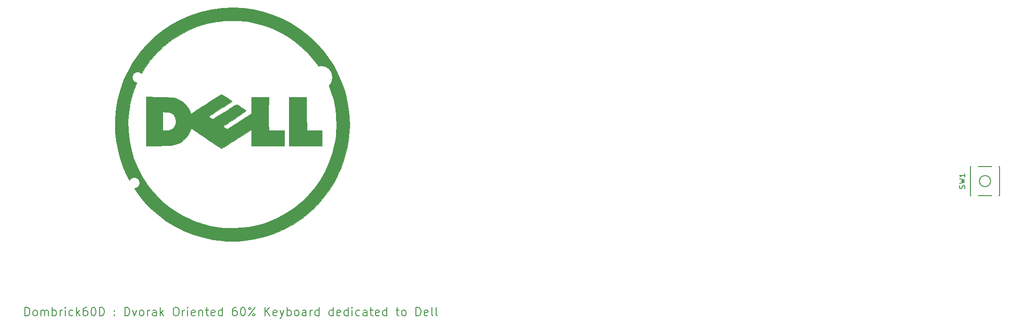
<source format=gto>
G04 #@! TF.GenerationSoftware,KiCad,Pcbnew,(5.1.4-0-10_14)*
G04 #@! TF.CreationDate,2020-01-19T01:37:33+09:00*
G04 #@! TF.ProjectId,dombrick60d,646f6d62-7269-4636-9b36-30642e6b6963,rev?*
G04 #@! TF.SameCoordinates,Original*
G04 #@! TF.FileFunction,Legend,Top*
G04 #@! TF.FilePolarity,Positive*
%FSLAX46Y46*%
G04 Gerber Fmt 4.6, Leading zero omitted, Abs format (unit mm)*
G04 Created by KiCad (PCBNEW (5.1.4-0-10_14)) date 2020-01-19 01:37:33*
%MOMM*%
%LPD*%
G04 APERTURE LIST*
%ADD10C,0.203200*%
%ADD11C,0.010000*%
%ADD12C,0.150000*%
%ADD13C,1.852000*%
%ADD14C,4.089800*%
%ADD15C,3.150000*%
%ADD16C,0.752000*%
%ADD17O,2.202000X1.102000*%
%ADD18O,1.702000X1.102000*%
%ADD19R,1.202000X1.902000*%
%ADD20C,1.302000*%
%ADD21C,2.002000*%
%ADD22C,3.502000*%
%ADD23R,1.802000X1.802000*%
%ADD24C,1.802000*%
G04 APERTURE END LIST*
D10*
X127635000Y-95431428D02*
X127635000Y-93907428D01*
X127997857Y-93907428D01*
X128215571Y-93980000D01*
X128360714Y-94125142D01*
X128433285Y-94270285D01*
X128505857Y-94560571D01*
X128505857Y-94778285D01*
X128433285Y-95068571D01*
X128360714Y-95213714D01*
X128215571Y-95358857D01*
X127997857Y-95431428D01*
X127635000Y-95431428D01*
X129376714Y-95431428D02*
X129231571Y-95358857D01*
X129159000Y-95286285D01*
X129086428Y-95141142D01*
X129086428Y-94705714D01*
X129159000Y-94560571D01*
X129231571Y-94488000D01*
X129376714Y-94415428D01*
X129594428Y-94415428D01*
X129739571Y-94488000D01*
X129812142Y-94560571D01*
X129884714Y-94705714D01*
X129884714Y-95141142D01*
X129812142Y-95286285D01*
X129739571Y-95358857D01*
X129594428Y-95431428D01*
X129376714Y-95431428D01*
X130537857Y-95431428D02*
X130537857Y-94415428D01*
X130537857Y-94560571D02*
X130610428Y-94488000D01*
X130755571Y-94415428D01*
X130973285Y-94415428D01*
X131118428Y-94488000D01*
X131191000Y-94633142D01*
X131191000Y-95431428D01*
X131191000Y-94633142D02*
X131263571Y-94488000D01*
X131408714Y-94415428D01*
X131626428Y-94415428D01*
X131771571Y-94488000D01*
X131844142Y-94633142D01*
X131844142Y-95431428D01*
X132569857Y-95431428D02*
X132569857Y-93907428D01*
X132569857Y-94488000D02*
X132715000Y-94415428D01*
X133005285Y-94415428D01*
X133150428Y-94488000D01*
X133223000Y-94560571D01*
X133295571Y-94705714D01*
X133295571Y-95141142D01*
X133223000Y-95286285D01*
X133150428Y-95358857D01*
X133005285Y-95431428D01*
X132715000Y-95431428D01*
X132569857Y-95358857D01*
X133948714Y-95431428D02*
X133948714Y-94415428D01*
X133948714Y-94705714D02*
X134021285Y-94560571D01*
X134093857Y-94488000D01*
X134239000Y-94415428D01*
X134384142Y-94415428D01*
X134892142Y-95431428D02*
X134892142Y-94415428D01*
X134892142Y-93907428D02*
X134819571Y-93980000D01*
X134892142Y-94052571D01*
X134964714Y-93980000D01*
X134892142Y-93907428D01*
X134892142Y-94052571D01*
X136271000Y-95358857D02*
X136125857Y-95431428D01*
X135835571Y-95431428D01*
X135690428Y-95358857D01*
X135617857Y-95286285D01*
X135545285Y-95141142D01*
X135545285Y-94705714D01*
X135617857Y-94560571D01*
X135690428Y-94488000D01*
X135835571Y-94415428D01*
X136125857Y-94415428D01*
X136271000Y-94488000D01*
X136924142Y-95431428D02*
X136924142Y-93907428D01*
X137069285Y-94850857D02*
X137504714Y-95431428D01*
X137504714Y-94415428D02*
X136924142Y-94996000D01*
X138811000Y-93907428D02*
X138520714Y-93907428D01*
X138375571Y-93980000D01*
X138303000Y-94052571D01*
X138157857Y-94270285D01*
X138085285Y-94560571D01*
X138085285Y-95141142D01*
X138157857Y-95286285D01*
X138230428Y-95358857D01*
X138375571Y-95431428D01*
X138665857Y-95431428D01*
X138811000Y-95358857D01*
X138883571Y-95286285D01*
X138956142Y-95141142D01*
X138956142Y-94778285D01*
X138883571Y-94633142D01*
X138811000Y-94560571D01*
X138665857Y-94488000D01*
X138375571Y-94488000D01*
X138230428Y-94560571D01*
X138157857Y-94633142D01*
X138085285Y-94778285D01*
X139899571Y-93907428D02*
X140044714Y-93907428D01*
X140189857Y-93980000D01*
X140262428Y-94052571D01*
X140335000Y-94197714D01*
X140407571Y-94488000D01*
X140407571Y-94850857D01*
X140335000Y-95141142D01*
X140262428Y-95286285D01*
X140189857Y-95358857D01*
X140044714Y-95431428D01*
X139899571Y-95431428D01*
X139754428Y-95358857D01*
X139681857Y-95286285D01*
X139609285Y-95141142D01*
X139536714Y-94850857D01*
X139536714Y-94488000D01*
X139609285Y-94197714D01*
X139681857Y-94052571D01*
X139754428Y-93980000D01*
X139899571Y-93907428D01*
X141060714Y-95431428D02*
X141060714Y-93907428D01*
X141423571Y-93907428D01*
X141641285Y-93980000D01*
X141786428Y-94125142D01*
X141859000Y-94270285D01*
X141931571Y-94560571D01*
X141931571Y-94778285D01*
X141859000Y-95068571D01*
X141786428Y-95213714D01*
X141641285Y-95358857D01*
X141423571Y-95431428D01*
X141060714Y-95431428D01*
X143745857Y-95286285D02*
X143818428Y-95358857D01*
X143745857Y-95431428D01*
X143673285Y-95358857D01*
X143745857Y-95286285D01*
X143745857Y-95431428D01*
X143745857Y-94488000D02*
X143818428Y-94560571D01*
X143745857Y-94633142D01*
X143673285Y-94560571D01*
X143745857Y-94488000D01*
X143745857Y-94633142D01*
X145632714Y-95431428D02*
X145632714Y-93907428D01*
X145995571Y-93907428D01*
X146213285Y-93980000D01*
X146358428Y-94125142D01*
X146431000Y-94270285D01*
X146503571Y-94560571D01*
X146503571Y-94778285D01*
X146431000Y-95068571D01*
X146358428Y-95213714D01*
X146213285Y-95358857D01*
X145995571Y-95431428D01*
X145632714Y-95431428D01*
X147011571Y-94415428D02*
X147374428Y-95431428D01*
X147737285Y-94415428D01*
X148535571Y-95431428D02*
X148390428Y-95358857D01*
X148317857Y-95286285D01*
X148245285Y-95141142D01*
X148245285Y-94705714D01*
X148317857Y-94560571D01*
X148390428Y-94488000D01*
X148535571Y-94415428D01*
X148753285Y-94415428D01*
X148898428Y-94488000D01*
X148971000Y-94560571D01*
X149043571Y-94705714D01*
X149043571Y-95141142D01*
X148971000Y-95286285D01*
X148898428Y-95358857D01*
X148753285Y-95431428D01*
X148535571Y-95431428D01*
X149696714Y-95431428D02*
X149696714Y-94415428D01*
X149696714Y-94705714D02*
X149769285Y-94560571D01*
X149841857Y-94488000D01*
X149987000Y-94415428D01*
X150132142Y-94415428D01*
X151293285Y-95431428D02*
X151293285Y-94633142D01*
X151220714Y-94488000D01*
X151075571Y-94415428D01*
X150785285Y-94415428D01*
X150640142Y-94488000D01*
X151293285Y-95358857D02*
X151148142Y-95431428D01*
X150785285Y-95431428D01*
X150640142Y-95358857D01*
X150567571Y-95213714D01*
X150567571Y-95068571D01*
X150640142Y-94923428D01*
X150785285Y-94850857D01*
X151148142Y-94850857D01*
X151293285Y-94778285D01*
X152019000Y-95431428D02*
X152019000Y-93907428D01*
X152164142Y-94850857D02*
X152599571Y-95431428D01*
X152599571Y-94415428D02*
X152019000Y-94996000D01*
X154704142Y-93907428D02*
X154994428Y-93907428D01*
X155139571Y-93980000D01*
X155284714Y-94125142D01*
X155357285Y-94415428D01*
X155357285Y-94923428D01*
X155284714Y-95213714D01*
X155139571Y-95358857D01*
X154994428Y-95431428D01*
X154704142Y-95431428D01*
X154559000Y-95358857D01*
X154413857Y-95213714D01*
X154341285Y-94923428D01*
X154341285Y-94415428D01*
X154413857Y-94125142D01*
X154559000Y-93980000D01*
X154704142Y-93907428D01*
X156010428Y-95431428D02*
X156010428Y-94415428D01*
X156010428Y-94705714D02*
X156083000Y-94560571D01*
X156155571Y-94488000D01*
X156300714Y-94415428D01*
X156445857Y-94415428D01*
X156953857Y-95431428D02*
X156953857Y-94415428D01*
X156953857Y-93907428D02*
X156881285Y-93980000D01*
X156953857Y-94052571D01*
X157026428Y-93980000D01*
X156953857Y-93907428D01*
X156953857Y-94052571D01*
X158260142Y-95358857D02*
X158115000Y-95431428D01*
X157824714Y-95431428D01*
X157679571Y-95358857D01*
X157607000Y-95213714D01*
X157607000Y-94633142D01*
X157679571Y-94488000D01*
X157824714Y-94415428D01*
X158115000Y-94415428D01*
X158260142Y-94488000D01*
X158332714Y-94633142D01*
X158332714Y-94778285D01*
X157607000Y-94923428D01*
X158985857Y-94415428D02*
X158985857Y-95431428D01*
X158985857Y-94560571D02*
X159058428Y-94488000D01*
X159203571Y-94415428D01*
X159421285Y-94415428D01*
X159566428Y-94488000D01*
X159639000Y-94633142D01*
X159639000Y-95431428D01*
X160147000Y-94415428D02*
X160727571Y-94415428D01*
X160364714Y-93907428D02*
X160364714Y-95213714D01*
X160437285Y-95358857D01*
X160582428Y-95431428D01*
X160727571Y-95431428D01*
X161816142Y-95358857D02*
X161671000Y-95431428D01*
X161380714Y-95431428D01*
X161235571Y-95358857D01*
X161163000Y-95213714D01*
X161163000Y-94633142D01*
X161235571Y-94488000D01*
X161380714Y-94415428D01*
X161671000Y-94415428D01*
X161816142Y-94488000D01*
X161888714Y-94633142D01*
X161888714Y-94778285D01*
X161163000Y-94923428D01*
X163195000Y-95431428D02*
X163195000Y-93907428D01*
X163195000Y-95358857D02*
X163049857Y-95431428D01*
X162759571Y-95431428D01*
X162614428Y-95358857D01*
X162541857Y-95286285D01*
X162469285Y-95141142D01*
X162469285Y-94705714D01*
X162541857Y-94560571D01*
X162614428Y-94488000D01*
X162759571Y-94415428D01*
X163049857Y-94415428D01*
X163195000Y-94488000D01*
X165735000Y-93907428D02*
X165444714Y-93907428D01*
X165299571Y-93980000D01*
X165227000Y-94052571D01*
X165081857Y-94270285D01*
X165009285Y-94560571D01*
X165009285Y-95141142D01*
X165081857Y-95286285D01*
X165154428Y-95358857D01*
X165299571Y-95431428D01*
X165589857Y-95431428D01*
X165735000Y-95358857D01*
X165807571Y-95286285D01*
X165880142Y-95141142D01*
X165880142Y-94778285D01*
X165807571Y-94633142D01*
X165735000Y-94560571D01*
X165589857Y-94488000D01*
X165299571Y-94488000D01*
X165154428Y-94560571D01*
X165081857Y-94633142D01*
X165009285Y-94778285D01*
X166823571Y-93907428D02*
X166968714Y-93907428D01*
X167113857Y-93980000D01*
X167186428Y-94052571D01*
X167259000Y-94197714D01*
X167331571Y-94488000D01*
X167331571Y-94850857D01*
X167259000Y-95141142D01*
X167186428Y-95286285D01*
X167113857Y-95358857D01*
X166968714Y-95431428D01*
X166823571Y-95431428D01*
X166678428Y-95358857D01*
X166605857Y-95286285D01*
X166533285Y-95141142D01*
X166460714Y-94850857D01*
X166460714Y-94488000D01*
X166533285Y-94197714D01*
X166605857Y-94052571D01*
X166678428Y-93980000D01*
X166823571Y-93907428D01*
X167912142Y-95431428D02*
X169073285Y-93907428D01*
X168129857Y-93907428D02*
X168275000Y-93980000D01*
X168347571Y-94125142D01*
X168275000Y-94270285D01*
X168129857Y-94342857D01*
X167984714Y-94270285D01*
X167912142Y-94125142D01*
X167984714Y-93980000D01*
X168129857Y-93907428D01*
X169000714Y-95358857D02*
X169073285Y-95213714D01*
X169000714Y-95068571D01*
X168855571Y-94996000D01*
X168710428Y-95068571D01*
X168637857Y-95213714D01*
X168710428Y-95358857D01*
X168855571Y-95431428D01*
X169000714Y-95358857D01*
X170887571Y-95431428D02*
X170887571Y-93907428D01*
X171758428Y-95431428D02*
X171105285Y-94560571D01*
X171758428Y-93907428D02*
X170887571Y-94778285D01*
X172992142Y-95358857D02*
X172847000Y-95431428D01*
X172556714Y-95431428D01*
X172411571Y-95358857D01*
X172339000Y-95213714D01*
X172339000Y-94633142D01*
X172411571Y-94488000D01*
X172556714Y-94415428D01*
X172847000Y-94415428D01*
X172992142Y-94488000D01*
X173064714Y-94633142D01*
X173064714Y-94778285D01*
X172339000Y-94923428D01*
X173572714Y-94415428D02*
X173935571Y-95431428D01*
X174298428Y-94415428D02*
X173935571Y-95431428D01*
X173790428Y-95794285D01*
X173717857Y-95866857D01*
X173572714Y-95939428D01*
X174879000Y-95431428D02*
X174879000Y-93907428D01*
X174879000Y-94488000D02*
X175024142Y-94415428D01*
X175314428Y-94415428D01*
X175459571Y-94488000D01*
X175532142Y-94560571D01*
X175604714Y-94705714D01*
X175604714Y-95141142D01*
X175532142Y-95286285D01*
X175459571Y-95358857D01*
X175314428Y-95431428D01*
X175024142Y-95431428D01*
X174879000Y-95358857D01*
X176475571Y-95431428D02*
X176330428Y-95358857D01*
X176257857Y-95286285D01*
X176185285Y-95141142D01*
X176185285Y-94705714D01*
X176257857Y-94560571D01*
X176330428Y-94488000D01*
X176475571Y-94415428D01*
X176693285Y-94415428D01*
X176838428Y-94488000D01*
X176911000Y-94560571D01*
X176983571Y-94705714D01*
X176983571Y-95141142D01*
X176911000Y-95286285D01*
X176838428Y-95358857D01*
X176693285Y-95431428D01*
X176475571Y-95431428D01*
X178289857Y-95431428D02*
X178289857Y-94633142D01*
X178217285Y-94488000D01*
X178072142Y-94415428D01*
X177781857Y-94415428D01*
X177636714Y-94488000D01*
X178289857Y-95358857D02*
X178144714Y-95431428D01*
X177781857Y-95431428D01*
X177636714Y-95358857D01*
X177564142Y-95213714D01*
X177564142Y-95068571D01*
X177636714Y-94923428D01*
X177781857Y-94850857D01*
X178144714Y-94850857D01*
X178289857Y-94778285D01*
X179015571Y-95431428D02*
X179015571Y-94415428D01*
X179015571Y-94705714D02*
X179088142Y-94560571D01*
X179160714Y-94488000D01*
X179305857Y-94415428D01*
X179451000Y-94415428D01*
X180612142Y-95431428D02*
X180612142Y-93907428D01*
X180612142Y-95358857D02*
X180467000Y-95431428D01*
X180176714Y-95431428D01*
X180031571Y-95358857D01*
X179959000Y-95286285D01*
X179886428Y-95141142D01*
X179886428Y-94705714D01*
X179959000Y-94560571D01*
X180031571Y-94488000D01*
X180176714Y-94415428D01*
X180467000Y-94415428D01*
X180612142Y-94488000D01*
X183152142Y-95431428D02*
X183152142Y-93907428D01*
X183152142Y-95358857D02*
X183007000Y-95431428D01*
X182716714Y-95431428D01*
X182571571Y-95358857D01*
X182499000Y-95286285D01*
X182426428Y-95141142D01*
X182426428Y-94705714D01*
X182499000Y-94560571D01*
X182571571Y-94488000D01*
X182716714Y-94415428D01*
X183007000Y-94415428D01*
X183152142Y-94488000D01*
X184458428Y-95358857D02*
X184313285Y-95431428D01*
X184023000Y-95431428D01*
X183877857Y-95358857D01*
X183805285Y-95213714D01*
X183805285Y-94633142D01*
X183877857Y-94488000D01*
X184023000Y-94415428D01*
X184313285Y-94415428D01*
X184458428Y-94488000D01*
X184531000Y-94633142D01*
X184531000Y-94778285D01*
X183805285Y-94923428D01*
X185837285Y-95431428D02*
X185837285Y-93907428D01*
X185837285Y-95358857D02*
X185692142Y-95431428D01*
X185401857Y-95431428D01*
X185256714Y-95358857D01*
X185184142Y-95286285D01*
X185111571Y-95141142D01*
X185111571Y-94705714D01*
X185184142Y-94560571D01*
X185256714Y-94488000D01*
X185401857Y-94415428D01*
X185692142Y-94415428D01*
X185837285Y-94488000D01*
X186563000Y-95431428D02*
X186563000Y-94415428D01*
X186563000Y-93907428D02*
X186490428Y-93980000D01*
X186563000Y-94052571D01*
X186635571Y-93980000D01*
X186563000Y-93907428D01*
X186563000Y-94052571D01*
X187941857Y-95358857D02*
X187796714Y-95431428D01*
X187506428Y-95431428D01*
X187361285Y-95358857D01*
X187288714Y-95286285D01*
X187216142Y-95141142D01*
X187216142Y-94705714D01*
X187288714Y-94560571D01*
X187361285Y-94488000D01*
X187506428Y-94415428D01*
X187796714Y-94415428D01*
X187941857Y-94488000D01*
X189248142Y-95431428D02*
X189248142Y-94633142D01*
X189175571Y-94488000D01*
X189030428Y-94415428D01*
X188740142Y-94415428D01*
X188595000Y-94488000D01*
X189248142Y-95358857D02*
X189103000Y-95431428D01*
X188740142Y-95431428D01*
X188595000Y-95358857D01*
X188522428Y-95213714D01*
X188522428Y-95068571D01*
X188595000Y-94923428D01*
X188740142Y-94850857D01*
X189103000Y-94850857D01*
X189248142Y-94778285D01*
X189756142Y-94415428D02*
X190336714Y-94415428D01*
X189973857Y-93907428D02*
X189973857Y-95213714D01*
X190046428Y-95358857D01*
X190191571Y-95431428D01*
X190336714Y-95431428D01*
X191425285Y-95358857D02*
X191280142Y-95431428D01*
X190989857Y-95431428D01*
X190844714Y-95358857D01*
X190772142Y-95213714D01*
X190772142Y-94633142D01*
X190844714Y-94488000D01*
X190989857Y-94415428D01*
X191280142Y-94415428D01*
X191425285Y-94488000D01*
X191497857Y-94633142D01*
X191497857Y-94778285D01*
X190772142Y-94923428D01*
X192804142Y-95431428D02*
X192804142Y-93907428D01*
X192804142Y-95358857D02*
X192659000Y-95431428D01*
X192368714Y-95431428D01*
X192223571Y-95358857D01*
X192151000Y-95286285D01*
X192078428Y-95141142D01*
X192078428Y-94705714D01*
X192151000Y-94560571D01*
X192223571Y-94488000D01*
X192368714Y-94415428D01*
X192659000Y-94415428D01*
X192804142Y-94488000D01*
X194473285Y-94415428D02*
X195053857Y-94415428D01*
X194691000Y-93907428D02*
X194691000Y-95213714D01*
X194763571Y-95358857D01*
X194908714Y-95431428D01*
X195053857Y-95431428D01*
X195779571Y-95431428D02*
X195634428Y-95358857D01*
X195561857Y-95286285D01*
X195489285Y-95141142D01*
X195489285Y-94705714D01*
X195561857Y-94560571D01*
X195634428Y-94488000D01*
X195779571Y-94415428D01*
X195997285Y-94415428D01*
X196142428Y-94488000D01*
X196215000Y-94560571D01*
X196287571Y-94705714D01*
X196287571Y-95141142D01*
X196215000Y-95286285D01*
X196142428Y-95358857D01*
X195997285Y-95431428D01*
X195779571Y-95431428D01*
X198101857Y-95431428D02*
X198101857Y-93907428D01*
X198464714Y-93907428D01*
X198682428Y-93980000D01*
X198827571Y-94125142D01*
X198900142Y-94270285D01*
X198972714Y-94560571D01*
X198972714Y-94778285D01*
X198900142Y-95068571D01*
X198827571Y-95213714D01*
X198682428Y-95358857D01*
X198464714Y-95431428D01*
X198101857Y-95431428D01*
X200206428Y-95358857D02*
X200061285Y-95431428D01*
X199771000Y-95431428D01*
X199625857Y-95358857D01*
X199553285Y-95213714D01*
X199553285Y-94633142D01*
X199625857Y-94488000D01*
X199771000Y-94415428D01*
X200061285Y-94415428D01*
X200206428Y-94488000D01*
X200279000Y-94633142D01*
X200279000Y-94778285D01*
X199553285Y-94923428D01*
X201149857Y-95431428D02*
X201004714Y-95358857D01*
X200932142Y-95213714D01*
X200932142Y-93907428D01*
X201948142Y-95431428D02*
X201803000Y-95358857D01*
X201730428Y-95213714D01*
X201730428Y-93907428D01*
D11*
G36*
X178370431Y-58949166D02*
G01*
X178392667Y-61976000D01*
X181144299Y-61976000D01*
X181144316Y-63351833D01*
X181144334Y-64727666D01*
X175217667Y-64727666D01*
X175217667Y-55922333D01*
X178348195Y-55922333D01*
X178370431Y-58949166D01*
X178370431Y-58949166D01*
G37*
X178370431Y-58949166D02*
X178392667Y-61976000D01*
X181144299Y-61976000D01*
X181144316Y-63351833D01*
X181144334Y-64727666D01*
X175217667Y-64727666D01*
X175217667Y-55922333D01*
X178348195Y-55922333D01*
X178370431Y-58949166D01*
G36*
X163998567Y-56068898D02*
G01*
X164957754Y-56723510D01*
X163716544Y-57531755D01*
X163226727Y-57849656D01*
X162706595Y-58185449D01*
X162205707Y-58507251D01*
X161773625Y-58783178D01*
X161608330Y-58887999D01*
X161274215Y-59102518D01*
X160999706Y-59285121D01*
X160812574Y-59416879D01*
X160740589Y-59478864D01*
X160740496Y-59479512D01*
X160806320Y-59548374D01*
X160968498Y-59660400D01*
X161172013Y-59782859D01*
X161361846Y-59883022D01*
X161482978Y-59928158D01*
X161493957Y-59927744D01*
X161579049Y-59879692D01*
X161787995Y-59752102D01*
X162102027Y-59556722D01*
X162502376Y-59305297D01*
X162970273Y-59009574D01*
X163486950Y-58681299D01*
X163561375Y-58633878D01*
X164086848Y-58300013D01*
X164569419Y-57995413D01*
X164989623Y-57732205D01*
X165327991Y-57522519D01*
X165565057Y-57378481D01*
X165681353Y-57312221D01*
X165686268Y-57310073D01*
X165789580Y-57339168D01*
X165998218Y-57442443D01*
X166277454Y-57598897D01*
X166592562Y-57787530D01*
X166908815Y-57987342D01*
X167191486Y-58177332D01*
X167405849Y-58336501D01*
X167460429Y-58382953D01*
X167411509Y-58444431D01*
X167237034Y-58585663D01*
X166953777Y-58794664D01*
X166578509Y-59059445D01*
X166128003Y-59368021D01*
X165619032Y-59708402D01*
X165449595Y-59820085D01*
X164921928Y-60168781D01*
X164443343Y-60489043D01*
X164031377Y-60768816D01*
X163703564Y-60996046D01*
X163477439Y-61158678D01*
X163370535Y-61244657D01*
X163364334Y-61253658D01*
X163432611Y-61326738D01*
X163606687Y-61442134D01*
X163733509Y-61513316D01*
X164102685Y-61709163D01*
X166273509Y-60327576D01*
X168444334Y-58945989D01*
X168444334Y-55922333D01*
X169989500Y-55922295D01*
X171534667Y-55922257D01*
X171511326Y-58853166D01*
X171506506Y-59758451D01*
X171507866Y-60498635D01*
X171515496Y-61077840D01*
X171529488Y-61500189D01*
X171549936Y-61769804D01*
X171576930Y-61890809D01*
X171579249Y-61894043D01*
X171661577Y-61937977D01*
X171836670Y-61968114D01*
X172124356Y-61985772D01*
X172544461Y-61992271D01*
X173020779Y-61990005D01*
X174371045Y-61976000D01*
X174371023Y-63351833D01*
X174371000Y-64727666D01*
X168444334Y-64727666D01*
X168444334Y-63288333D01*
X168442018Y-62815994D01*
X168435601Y-62408776D01*
X168425879Y-62094168D01*
X168413645Y-61899663D01*
X168402717Y-61849000D01*
X168324545Y-61893280D01*
X168120162Y-62019362D01*
X167805557Y-62217103D01*
X167396719Y-62476364D01*
X166909637Y-62787003D01*
X166360298Y-63138880D01*
X165764691Y-63521854D01*
X165732902Y-63542333D01*
X165134538Y-63926759D01*
X164580748Y-64280442D01*
X164087658Y-64593242D01*
X163671398Y-64855018D01*
X163348094Y-65055632D01*
X163133874Y-65184943D01*
X163044867Y-65232812D01*
X163044019Y-65232887D01*
X162962727Y-65186214D01*
X162757237Y-65054411D01*
X162443166Y-64847875D01*
X162036128Y-64577005D01*
X161551739Y-64252201D01*
X161005614Y-63883862D01*
X160413370Y-63482387D01*
X160316334Y-63416423D01*
X159718085Y-63010584D01*
X159163360Y-62636190D01*
X158667796Y-62303650D01*
X158247028Y-62023371D01*
X157916694Y-61805763D01*
X157692429Y-61661233D01*
X157589871Y-61600190D01*
X157585834Y-61598868D01*
X157527148Y-61662289D01*
X157522334Y-61703221D01*
X157487564Y-61826583D01*
X157395326Y-62057063D01*
X157263722Y-62350247D01*
X157227268Y-62427142D01*
X156813653Y-63099583D01*
X156273508Y-63674989D01*
X155629256Y-64136864D01*
X154903320Y-64468714D01*
X154220334Y-64639201D01*
X153979034Y-64663869D01*
X153599891Y-64685885D01*
X153114386Y-64704203D01*
X152554001Y-64717778D01*
X151950219Y-64725565D01*
X151574500Y-64727027D01*
X149479000Y-64727666D01*
X149479000Y-62014443D01*
X152442334Y-62014443D01*
X153068302Y-61980899D01*
X153414413Y-61947024D01*
X153724810Y-61890164D01*
X153933369Y-61822495D01*
X153936135Y-61821070D01*
X154254224Y-61596201D01*
X154535752Y-61295233D01*
X154719946Y-60983468D01*
X154722947Y-60975654D01*
X154802751Y-60598584D01*
X154805521Y-60155775D01*
X154735652Y-59728708D01*
X154641994Y-59475054D01*
X154383561Y-59108833D01*
X154030085Y-58854777D01*
X153562794Y-58702727D01*
X153115112Y-58648856D01*
X152442334Y-58609909D01*
X152442334Y-62014443D01*
X149479000Y-62014443D01*
X149479000Y-55903167D01*
X151828500Y-55945603D01*
X152595128Y-55961252D01*
X153216415Y-55979884D01*
X153716351Y-56004939D01*
X154118929Y-56039853D01*
X154448140Y-56088067D01*
X154727974Y-56153017D01*
X154982424Y-56238143D01*
X155235481Y-56346883D01*
X155485766Y-56469760D01*
X156068061Y-56849752D01*
X156601849Y-57358041D01*
X157053056Y-57954207D01*
X157387608Y-58597832D01*
X157469630Y-58823088D01*
X157510129Y-58886798D01*
X157592416Y-58888022D01*
X157746182Y-58816257D01*
X158001120Y-58661004D01*
X158091530Y-58603166D01*
X158310195Y-58462429D01*
X158647437Y-58245226D01*
X159079517Y-57966851D01*
X159582700Y-57642602D01*
X160133245Y-57287773D01*
X160707416Y-56917660D01*
X160852356Y-56824221D01*
X163039379Y-55414286D01*
X163998567Y-56068898D01*
X163998567Y-56068898D01*
G37*
X163998567Y-56068898D02*
X164957754Y-56723510D01*
X163716544Y-57531755D01*
X163226727Y-57849656D01*
X162706595Y-58185449D01*
X162205707Y-58507251D01*
X161773625Y-58783178D01*
X161608330Y-58887999D01*
X161274215Y-59102518D01*
X160999706Y-59285121D01*
X160812574Y-59416879D01*
X160740589Y-59478864D01*
X160740496Y-59479512D01*
X160806320Y-59548374D01*
X160968498Y-59660400D01*
X161172013Y-59782859D01*
X161361846Y-59883022D01*
X161482978Y-59928158D01*
X161493957Y-59927744D01*
X161579049Y-59879692D01*
X161787995Y-59752102D01*
X162102027Y-59556722D01*
X162502376Y-59305297D01*
X162970273Y-59009574D01*
X163486950Y-58681299D01*
X163561375Y-58633878D01*
X164086848Y-58300013D01*
X164569419Y-57995413D01*
X164989623Y-57732205D01*
X165327991Y-57522519D01*
X165565057Y-57378481D01*
X165681353Y-57312221D01*
X165686268Y-57310073D01*
X165789580Y-57339168D01*
X165998218Y-57442443D01*
X166277454Y-57598897D01*
X166592562Y-57787530D01*
X166908815Y-57987342D01*
X167191486Y-58177332D01*
X167405849Y-58336501D01*
X167460429Y-58382953D01*
X167411509Y-58444431D01*
X167237034Y-58585663D01*
X166953777Y-58794664D01*
X166578509Y-59059445D01*
X166128003Y-59368021D01*
X165619032Y-59708402D01*
X165449595Y-59820085D01*
X164921928Y-60168781D01*
X164443343Y-60489043D01*
X164031377Y-60768816D01*
X163703564Y-60996046D01*
X163477439Y-61158678D01*
X163370535Y-61244657D01*
X163364334Y-61253658D01*
X163432611Y-61326738D01*
X163606687Y-61442134D01*
X163733509Y-61513316D01*
X164102685Y-61709163D01*
X166273509Y-60327576D01*
X168444334Y-58945989D01*
X168444334Y-55922333D01*
X169989500Y-55922295D01*
X171534667Y-55922257D01*
X171511326Y-58853166D01*
X171506506Y-59758451D01*
X171507866Y-60498635D01*
X171515496Y-61077840D01*
X171529488Y-61500189D01*
X171549936Y-61769804D01*
X171576930Y-61890809D01*
X171579249Y-61894043D01*
X171661577Y-61937977D01*
X171836670Y-61968114D01*
X172124356Y-61985772D01*
X172544461Y-61992271D01*
X173020779Y-61990005D01*
X174371045Y-61976000D01*
X174371023Y-63351833D01*
X174371000Y-64727666D01*
X168444334Y-64727666D01*
X168444334Y-63288333D01*
X168442018Y-62815994D01*
X168435601Y-62408776D01*
X168425879Y-62094168D01*
X168413645Y-61899663D01*
X168402717Y-61849000D01*
X168324545Y-61893280D01*
X168120162Y-62019362D01*
X167805557Y-62217103D01*
X167396719Y-62476364D01*
X166909637Y-62787003D01*
X166360298Y-63138880D01*
X165764691Y-63521854D01*
X165732902Y-63542333D01*
X165134538Y-63926759D01*
X164580748Y-64280442D01*
X164087658Y-64593242D01*
X163671398Y-64855018D01*
X163348094Y-65055632D01*
X163133874Y-65184943D01*
X163044867Y-65232812D01*
X163044019Y-65232887D01*
X162962727Y-65186214D01*
X162757237Y-65054411D01*
X162443166Y-64847875D01*
X162036128Y-64577005D01*
X161551739Y-64252201D01*
X161005614Y-63883862D01*
X160413370Y-63482387D01*
X160316334Y-63416423D01*
X159718085Y-63010584D01*
X159163360Y-62636190D01*
X158667796Y-62303650D01*
X158247028Y-62023371D01*
X157916694Y-61805763D01*
X157692429Y-61661233D01*
X157589871Y-61600190D01*
X157585834Y-61598868D01*
X157527148Y-61662289D01*
X157522334Y-61703221D01*
X157487564Y-61826583D01*
X157395326Y-62057063D01*
X157263722Y-62350247D01*
X157227268Y-62427142D01*
X156813653Y-63099583D01*
X156273508Y-63674989D01*
X155629256Y-64136864D01*
X154903320Y-64468714D01*
X154220334Y-64639201D01*
X153979034Y-64663869D01*
X153599891Y-64685885D01*
X153114386Y-64704203D01*
X152554001Y-64717778D01*
X151950219Y-64725565D01*
X151574500Y-64727027D01*
X149479000Y-64727666D01*
X149479000Y-62014443D01*
X152442334Y-62014443D01*
X153068302Y-61980899D01*
X153414413Y-61947024D01*
X153724810Y-61890164D01*
X153933369Y-61822495D01*
X153936135Y-61821070D01*
X154254224Y-61596201D01*
X154535752Y-61295233D01*
X154719946Y-60983468D01*
X154722947Y-60975654D01*
X154802751Y-60598584D01*
X154805521Y-60155775D01*
X154735652Y-59728708D01*
X154641994Y-59475054D01*
X154383561Y-59108833D01*
X154030085Y-58854777D01*
X153562794Y-58702727D01*
X153115112Y-58648856D01*
X152442334Y-58609909D01*
X152442334Y-62014443D01*
X149479000Y-62014443D01*
X149479000Y-55903167D01*
X151828500Y-55945603D01*
X152595128Y-55961252D01*
X153216415Y-55979884D01*
X153716351Y-56004939D01*
X154118929Y-56039853D01*
X154448140Y-56088067D01*
X154727974Y-56153017D01*
X154982424Y-56238143D01*
X155235481Y-56346883D01*
X155485766Y-56469760D01*
X156068061Y-56849752D01*
X156601849Y-57358041D01*
X157053056Y-57954207D01*
X157387608Y-58597832D01*
X157469630Y-58823088D01*
X157510129Y-58886798D01*
X157592416Y-58888022D01*
X157746182Y-58816257D01*
X158001120Y-58661004D01*
X158091530Y-58603166D01*
X158310195Y-58462429D01*
X158647437Y-58245226D01*
X159079517Y-57966851D01*
X159582700Y-57642602D01*
X160133245Y-57287773D01*
X160707416Y-56917660D01*
X160852356Y-56824221D01*
X163039379Y-55414286D01*
X163998567Y-56068898D01*
G36*
X166963651Y-39893669D02*
G01*
X168780629Y-40145725D01*
X170562700Y-40551897D01*
X172299935Y-41108507D01*
X173982408Y-41811882D01*
X175600191Y-42658343D01*
X177143355Y-43644216D01*
X178601974Y-44765825D01*
X179966120Y-46019493D01*
X181225865Y-47401545D01*
X181270815Y-47455666D01*
X182249597Y-48749105D01*
X183147649Y-50157906D01*
X183946979Y-51646796D01*
X184629597Y-53180503D01*
X185177514Y-54723753D01*
X185423572Y-55597756D01*
X185814783Y-57475974D01*
X186036811Y-59354521D01*
X186089782Y-61230825D01*
X185973819Y-63102314D01*
X185689048Y-64966418D01*
X185235595Y-66820566D01*
X184813724Y-68122810D01*
X184592449Y-68685678D01*
X184300025Y-69346470D01*
X183958426Y-70061683D01*
X183589631Y-70787816D01*
X183215614Y-71481364D01*
X182858353Y-72098827D01*
X182593890Y-72517000D01*
X181486862Y-74024378D01*
X180259147Y-75420766D01*
X178920769Y-76699659D01*
X177481753Y-77854554D01*
X175952124Y-78878946D01*
X174341905Y-79766331D01*
X172661121Y-80510203D01*
X170919795Y-81104060D01*
X169127954Y-81541395D01*
X168514871Y-81652310D01*
X167985610Y-81730731D01*
X167384852Y-81805073D01*
X166753815Y-81871610D01*
X166133719Y-81926613D01*
X165565781Y-81966355D01*
X165091221Y-81987107D01*
X164807909Y-81987575D01*
X164562433Y-81976371D01*
X164202181Y-81955609D01*
X163781225Y-81928551D01*
X163463407Y-81906462D01*
X161602422Y-81688744D01*
X159778409Y-81309038D01*
X158001468Y-80772543D01*
X156281700Y-80084460D01*
X154629206Y-79249987D01*
X153054088Y-78274324D01*
X151566447Y-77162672D01*
X150176384Y-75920230D01*
X148893999Y-74552196D01*
X148677032Y-74295000D01*
X147706980Y-73016798D01*
X146815247Y-71623051D01*
X146020002Y-70149321D01*
X145339414Y-68631172D01*
X144791652Y-67104167D01*
X144527989Y-66173619D01*
X144135427Y-64287468D01*
X143912064Y-62401681D01*
X143857783Y-60519088D01*
X143870304Y-60314201D01*
X146190786Y-60314201D01*
X146214675Y-61995258D01*
X146390904Y-63672731D01*
X146720658Y-65335934D01*
X147205122Y-66974181D01*
X147845483Y-68576784D01*
X148642925Y-70133058D01*
X148849690Y-70485000D01*
X149662737Y-71718493D01*
X150583784Y-72889983D01*
X151508089Y-73901322D01*
X152626084Y-74973325D01*
X153764589Y-75905194D01*
X154962686Y-76725109D01*
X156259460Y-77461249D01*
X156861720Y-77761245D01*
X158256038Y-78367841D01*
X159659632Y-78849419D01*
X161111013Y-79216534D01*
X162648690Y-79479744D01*
X163491334Y-79578667D01*
X163890693Y-79601886D01*
X164417440Y-79607750D01*
X165030717Y-79598071D01*
X165689664Y-79574661D01*
X166353424Y-79539331D01*
X166981138Y-79493892D01*
X167531950Y-79440155D01*
X167961818Y-79380485D01*
X169131279Y-79151361D01*
X170189973Y-78883627D01*
X171195243Y-78559016D01*
X172204429Y-78159262D01*
X173143334Y-77729829D01*
X174705365Y-76885662D01*
X176164937Y-75910423D01*
X177516100Y-74812178D01*
X178752906Y-73598994D01*
X179869404Y-72278936D01*
X180859645Y-70860072D01*
X181717681Y-69350469D01*
X182437561Y-67758191D01*
X183013336Y-66091306D01*
X183439057Y-64357881D01*
X183575975Y-63584666D01*
X183647521Y-62979184D01*
X183696387Y-62251044D01*
X183722612Y-61445388D01*
X183726235Y-60607359D01*
X183707295Y-59782102D01*
X183665831Y-59014760D01*
X183601881Y-58350476D01*
X183571280Y-58131809D01*
X183212164Y-56361432D01*
X182698638Y-54658143D01*
X182032963Y-53026527D01*
X181217402Y-51471170D01*
X180254214Y-49996660D01*
X179145662Y-48607582D01*
X178562000Y-47971906D01*
X177424957Y-46868686D01*
X176260895Y-45907510D01*
X175032780Y-45061386D01*
X173703577Y-44303321D01*
X173143334Y-44022592D01*
X171898095Y-43468661D01*
X170653614Y-43017465D01*
X169361525Y-42654138D01*
X167973460Y-42363814D01*
X167470667Y-42279029D01*
X167017298Y-42227239D01*
X166434535Y-42191451D01*
X165761526Y-42171344D01*
X165037423Y-42166593D01*
X164301374Y-42176875D01*
X163592530Y-42201866D01*
X162950040Y-42241244D01*
X162413054Y-42294685D01*
X162221334Y-42322399D01*
X160413887Y-42697141D01*
X158698053Y-43213804D01*
X157070269Y-43874253D01*
X155526973Y-44680353D01*
X154064603Y-45633969D01*
X152679597Y-46736968D01*
X151368391Y-47991213D01*
X151341667Y-48019139D01*
X150189510Y-49344145D01*
X149180210Y-50751061D01*
X148314953Y-52229199D01*
X147594923Y-53767873D01*
X147021305Y-55356397D01*
X146595287Y-56984084D01*
X146318052Y-58640248D01*
X146190786Y-60314201D01*
X143870304Y-60314201D01*
X143972466Y-58642518D01*
X144255997Y-56774800D01*
X144708259Y-54918766D01*
X145035811Y-53883713D01*
X145246982Y-53327588D01*
X145529275Y-52670979D01*
X145861941Y-51955646D01*
X146224232Y-51223348D01*
X146595400Y-50515848D01*
X146954696Y-49874904D01*
X147281371Y-49342278D01*
X147325145Y-49276000D01*
X148445911Y-47746937D01*
X149683662Y-46334765D01*
X151029876Y-45045039D01*
X152476034Y-43883312D01*
X154013615Y-42855140D01*
X155634099Y-41966075D01*
X157328966Y-41221674D01*
X159089696Y-40627489D01*
X160907767Y-40189077D01*
X161402548Y-40098952D01*
X163264683Y-39866606D01*
X165121693Y-39799404D01*
X166963651Y-39893669D01*
X166963651Y-39893669D01*
G37*
X166963651Y-39893669D02*
X168780629Y-40145725D01*
X170562700Y-40551897D01*
X172299935Y-41108507D01*
X173982408Y-41811882D01*
X175600191Y-42658343D01*
X177143355Y-43644216D01*
X178601974Y-44765825D01*
X179966120Y-46019493D01*
X181225865Y-47401545D01*
X181270815Y-47455666D01*
X182249597Y-48749105D01*
X183147649Y-50157906D01*
X183946979Y-51646796D01*
X184629597Y-53180503D01*
X185177514Y-54723753D01*
X185423572Y-55597756D01*
X185814783Y-57475974D01*
X186036811Y-59354521D01*
X186089782Y-61230825D01*
X185973819Y-63102314D01*
X185689048Y-64966418D01*
X185235595Y-66820566D01*
X184813724Y-68122810D01*
X184592449Y-68685678D01*
X184300025Y-69346470D01*
X183958426Y-70061683D01*
X183589631Y-70787816D01*
X183215614Y-71481364D01*
X182858353Y-72098827D01*
X182593890Y-72517000D01*
X181486862Y-74024378D01*
X180259147Y-75420766D01*
X178920769Y-76699659D01*
X177481753Y-77854554D01*
X175952124Y-78878946D01*
X174341905Y-79766331D01*
X172661121Y-80510203D01*
X170919795Y-81104060D01*
X169127954Y-81541395D01*
X168514871Y-81652310D01*
X167985610Y-81730731D01*
X167384852Y-81805073D01*
X166753815Y-81871610D01*
X166133719Y-81926613D01*
X165565781Y-81966355D01*
X165091221Y-81987107D01*
X164807909Y-81987575D01*
X164562433Y-81976371D01*
X164202181Y-81955609D01*
X163781225Y-81928551D01*
X163463407Y-81906462D01*
X161602422Y-81688744D01*
X159778409Y-81309038D01*
X158001468Y-80772543D01*
X156281700Y-80084460D01*
X154629206Y-79249987D01*
X153054088Y-78274324D01*
X151566447Y-77162672D01*
X150176384Y-75920230D01*
X148893999Y-74552196D01*
X148677032Y-74295000D01*
X147706980Y-73016798D01*
X146815247Y-71623051D01*
X146020002Y-70149321D01*
X145339414Y-68631172D01*
X144791652Y-67104167D01*
X144527989Y-66173619D01*
X144135427Y-64287468D01*
X143912064Y-62401681D01*
X143857783Y-60519088D01*
X143870304Y-60314201D01*
X146190786Y-60314201D01*
X146214675Y-61995258D01*
X146390904Y-63672731D01*
X146720658Y-65335934D01*
X147205122Y-66974181D01*
X147845483Y-68576784D01*
X148642925Y-70133058D01*
X148849690Y-70485000D01*
X149662737Y-71718493D01*
X150583784Y-72889983D01*
X151508089Y-73901322D01*
X152626084Y-74973325D01*
X153764589Y-75905194D01*
X154962686Y-76725109D01*
X156259460Y-77461249D01*
X156861720Y-77761245D01*
X158256038Y-78367841D01*
X159659632Y-78849419D01*
X161111013Y-79216534D01*
X162648690Y-79479744D01*
X163491334Y-79578667D01*
X163890693Y-79601886D01*
X164417440Y-79607750D01*
X165030717Y-79598071D01*
X165689664Y-79574661D01*
X166353424Y-79539331D01*
X166981138Y-79493892D01*
X167531950Y-79440155D01*
X167961818Y-79380485D01*
X169131279Y-79151361D01*
X170189973Y-78883627D01*
X171195243Y-78559016D01*
X172204429Y-78159262D01*
X173143334Y-77729829D01*
X174705365Y-76885662D01*
X176164937Y-75910423D01*
X177516100Y-74812178D01*
X178752906Y-73598994D01*
X179869404Y-72278936D01*
X180859645Y-70860072D01*
X181717681Y-69350469D01*
X182437561Y-67758191D01*
X183013336Y-66091306D01*
X183439057Y-64357881D01*
X183575975Y-63584666D01*
X183647521Y-62979184D01*
X183696387Y-62251044D01*
X183722612Y-61445388D01*
X183726235Y-60607359D01*
X183707295Y-59782102D01*
X183665831Y-59014760D01*
X183601881Y-58350476D01*
X183571280Y-58131809D01*
X183212164Y-56361432D01*
X182698638Y-54658143D01*
X182032963Y-53026527D01*
X181217402Y-51471170D01*
X180254214Y-49996660D01*
X179145662Y-48607582D01*
X178562000Y-47971906D01*
X177424957Y-46868686D01*
X176260895Y-45907510D01*
X175032780Y-45061386D01*
X173703577Y-44303321D01*
X173143334Y-44022592D01*
X171898095Y-43468661D01*
X170653614Y-43017465D01*
X169361525Y-42654138D01*
X167973460Y-42363814D01*
X167470667Y-42279029D01*
X167017298Y-42227239D01*
X166434535Y-42191451D01*
X165761526Y-42171344D01*
X165037423Y-42166593D01*
X164301374Y-42176875D01*
X163592530Y-42201866D01*
X162950040Y-42241244D01*
X162413054Y-42294685D01*
X162221334Y-42322399D01*
X160413887Y-42697141D01*
X158698053Y-43213804D01*
X157070269Y-43874253D01*
X155526973Y-44680353D01*
X154064603Y-45633969D01*
X152679597Y-46736968D01*
X151368391Y-47991213D01*
X151341667Y-48019139D01*
X150189510Y-49344145D01*
X149180210Y-50751061D01*
X148314953Y-52229199D01*
X147594923Y-53767873D01*
X147021305Y-55356397D01*
X146595287Y-56984084D01*
X146318052Y-58640248D01*
X146190786Y-60314201D01*
X143870304Y-60314201D01*
X143972466Y-58642518D01*
X144255997Y-56774800D01*
X144708259Y-54918766D01*
X145035811Y-53883713D01*
X145246982Y-53327588D01*
X145529275Y-52670979D01*
X145861941Y-51955646D01*
X146224232Y-51223348D01*
X146595400Y-50515848D01*
X146954696Y-49874904D01*
X147281371Y-49342278D01*
X147325145Y-49276000D01*
X148445911Y-47746937D01*
X149683662Y-46334765D01*
X151029876Y-45045039D01*
X152476034Y-43883312D01*
X154013615Y-42855140D01*
X155634099Y-41966075D01*
X157328966Y-41221674D01*
X159089696Y-40627489D01*
X160907767Y-40189077D01*
X161402548Y-40098952D01*
X163264683Y-39866606D01*
X165121693Y-39799404D01*
X166963651Y-39893669D01*
D12*
X303209000Y-68520000D02*
X303209000Y-73720000D01*
X303209000Y-73720000D02*
X298009000Y-73720000D01*
X298009000Y-73720000D02*
X298009000Y-68520000D01*
X298009000Y-68520000D02*
X303209000Y-68520000D01*
X301609000Y-71120000D02*
G75*
G03X301609000Y-71120000I-1000000J0D01*
G01*
X296949761Y-72453333D02*
X296997380Y-72310476D01*
X296997380Y-72072380D01*
X296949761Y-71977142D01*
X296902142Y-71929523D01*
X296806904Y-71881904D01*
X296711666Y-71881904D01*
X296616428Y-71929523D01*
X296568809Y-71977142D01*
X296521190Y-72072380D01*
X296473571Y-72262857D01*
X296425952Y-72358095D01*
X296378333Y-72405714D01*
X296283095Y-72453333D01*
X296187857Y-72453333D01*
X296092619Y-72405714D01*
X296045000Y-72358095D01*
X295997380Y-72262857D01*
X295997380Y-72024761D01*
X296045000Y-71881904D01*
X295997380Y-71548571D02*
X296997380Y-71310476D01*
X296283095Y-71120000D01*
X296997380Y-70929523D01*
X295997380Y-70691428D01*
X296997380Y-69786666D02*
X296997380Y-70358095D01*
X296997380Y-70072380D02*
X295997380Y-70072380D01*
X296140238Y-70167619D01*
X296235476Y-70262857D01*
X296283095Y-70358095D01*
%LPC*%
D13*
X276542500Y-33337500D03*
X266382500Y-33337500D03*
D14*
X271462500Y-33337500D03*
D13*
X295592500Y-33337500D03*
X285432500Y-33337500D03*
D14*
X290512500Y-33337500D03*
D13*
X288448750Y-52387500D03*
X278288750Y-52387500D03*
D14*
X283368750Y-52387500D03*
D13*
X300355000Y-90487500D03*
X290195000Y-90487500D03*
D14*
X295275000Y-90487500D03*
X290544250Y-79692500D03*
X266668250Y-79692500D03*
D15*
X290544250Y-64452500D03*
X266668250Y-64452500D03*
D13*
X283686250Y-71437500D03*
X273526250Y-71437500D03*
D14*
X278606250Y-71437500D03*
D13*
X257492500Y-33337500D03*
X247332500Y-33337500D03*
D14*
X252412500Y-33337500D03*
D13*
X167005000Y-52387500D03*
X156845000Y-52387500D03*
D14*
X161925000Y-52387500D03*
D13*
X186055000Y-52387500D03*
X175895000Y-52387500D03*
D14*
X180975000Y-52387500D03*
D16*
X298550000Y-55341000D03*
X298550000Y-49561000D03*
D17*
X298020000Y-48131000D03*
X298020000Y-56771000D03*
D18*
X302200000Y-48131000D03*
X302200000Y-56771000D03*
D19*
X298759000Y-68020000D03*
X302459000Y-74220000D03*
X302459000Y-68020000D03*
X298759000Y-74220000D03*
D14*
X214306150Y-98742500D03*
X114306350Y-98742500D03*
D15*
X214306150Y-83502500D03*
X114306350Y-83502500D03*
D13*
X169386250Y-90487500D03*
X159226250Y-90487500D03*
D14*
X164306250Y-90487500D03*
D13*
X300355000Y-109537500D03*
X290195000Y-109537500D03*
D14*
X295275000Y-109537500D03*
D13*
X281305000Y-109537500D03*
X271145000Y-109537500D03*
D14*
X276225000Y-109537500D03*
D13*
X262255000Y-109537500D03*
X252095000Y-109537500D03*
D14*
X257175000Y-109537500D03*
D20*
X224967500Y-113737500D03*
D21*
X235687500Y-109537500D03*
X224687500Y-109537500D03*
D22*
X230187500Y-109537500D03*
D20*
X204330000Y-113737500D03*
D21*
X215050000Y-109537500D03*
X204050000Y-109537500D03*
D22*
X209550000Y-109537500D03*
D20*
X183692500Y-113737500D03*
D21*
X194412500Y-109537500D03*
X183412500Y-109537500D03*
D22*
X188912500Y-109537500D03*
D20*
X163055000Y-113737500D03*
D21*
X173775000Y-109537500D03*
X162775000Y-109537500D03*
D22*
X168275000Y-109537500D03*
D20*
X136861250Y-113737500D03*
D21*
X147581250Y-109537500D03*
X136581250Y-109537500D03*
D22*
X142081250Y-109537500D03*
D20*
X116223750Y-113737500D03*
D21*
X126943750Y-109537500D03*
X115943750Y-109537500D03*
D22*
X121443750Y-109537500D03*
D20*
X95586250Y-113737500D03*
D21*
X106306250Y-109537500D03*
X95306250Y-109537500D03*
D22*
X100806250Y-109537500D03*
D20*
X74948750Y-113737500D03*
D21*
X85668750Y-109537500D03*
X74668750Y-109537500D03*
D22*
X80168750Y-109537500D03*
D20*
X48755000Y-113737500D03*
D21*
X59475000Y-109537500D03*
X48475000Y-109537500D03*
D22*
X53975000Y-109537500D03*
D20*
X28117500Y-113737500D03*
D21*
X38837500Y-109537500D03*
X27837500Y-109537500D03*
D22*
X33337500Y-109537500D03*
D13*
X281305000Y-90487500D03*
X271145000Y-90487500D03*
D14*
X276225000Y-90487500D03*
D13*
X262255000Y-90487500D03*
X252095000Y-90487500D03*
D14*
X257175000Y-90487500D03*
D13*
X240823750Y-90487500D03*
X230663750Y-90487500D03*
D14*
X235743750Y-90487500D03*
D13*
X217011250Y-90487500D03*
X206851250Y-90487500D03*
D14*
X211931250Y-90487500D03*
X185769250Y-98742500D03*
X161893250Y-98742500D03*
D15*
X185769250Y-83502500D03*
X161893250Y-83502500D03*
D13*
X178911250Y-90487500D03*
X168751250Y-90487500D03*
D14*
X173831250Y-90487500D03*
X138144250Y-98742500D03*
X114268250Y-98742500D03*
D15*
X138144250Y-83502500D03*
X114268250Y-83502500D03*
D13*
X131286250Y-90487500D03*
X121126250Y-90487500D03*
D14*
X126206250Y-90487500D03*
D13*
X97948750Y-90487500D03*
X87788750Y-90487500D03*
D14*
X92868750Y-90487500D03*
D13*
X76517500Y-90487500D03*
X66357500Y-90487500D03*
D14*
X71437500Y-90487500D03*
D13*
X57467500Y-90487500D03*
X47307500Y-90487500D03*
D14*
X52387500Y-90487500D03*
D13*
X38417500Y-90487500D03*
X28257500Y-90487500D03*
D14*
X33337500Y-90487500D03*
D13*
X252730000Y-71437500D03*
X242570000Y-71437500D03*
D14*
X247650000Y-71437500D03*
D13*
X233680000Y-71437500D03*
X223520000Y-71437500D03*
D14*
X228600000Y-71437500D03*
D13*
X214630000Y-71437500D03*
X204470000Y-71437500D03*
D14*
X209550000Y-71437500D03*
D13*
X195580000Y-71437500D03*
X185420000Y-71437500D03*
D14*
X190500000Y-71437500D03*
D13*
X176530000Y-71437500D03*
X166370000Y-71437500D03*
D14*
X171450000Y-71437500D03*
D13*
X157480000Y-71437500D03*
X147320000Y-71437500D03*
D14*
X152400000Y-71437500D03*
D13*
X138430000Y-71437500D03*
X128270000Y-71437500D03*
D14*
X133350000Y-71437500D03*
D13*
X119380000Y-71437500D03*
X109220000Y-71437500D03*
D14*
X114300000Y-71437500D03*
D13*
X100330000Y-71437500D03*
X90170000Y-71437500D03*
D14*
X95250000Y-71437500D03*
D13*
X81280000Y-71437500D03*
X71120000Y-71437500D03*
D14*
X76200000Y-71437500D03*
X57181750Y-79692500D03*
X33305750Y-79692500D03*
D15*
X57181750Y-64452500D03*
X33305750Y-64452500D03*
D13*
X50323750Y-71437500D03*
X40163750Y-71437500D03*
D14*
X45243750Y-71437500D03*
D13*
X262255000Y-52387500D03*
X252095000Y-52387500D03*
D14*
X257175000Y-52387500D03*
D13*
X243205000Y-52387500D03*
X233045000Y-52387500D03*
D14*
X238125000Y-52387500D03*
D13*
X224155000Y-52387500D03*
X213995000Y-52387500D03*
D14*
X219075000Y-52387500D03*
D13*
X205105000Y-52387500D03*
X194945000Y-52387500D03*
D14*
X200025000Y-52387500D03*
D13*
X147955000Y-52387500D03*
X137795000Y-52387500D03*
D14*
X142875000Y-52387500D03*
D13*
X128905000Y-52387500D03*
X118745000Y-52387500D03*
D14*
X123825000Y-52387500D03*
D13*
X109855000Y-52387500D03*
X99695000Y-52387500D03*
D14*
X104775000Y-52387500D03*
D13*
X90805000Y-52387500D03*
X80645000Y-52387500D03*
D14*
X85725000Y-52387500D03*
D13*
X71755000Y-52387500D03*
X61595000Y-52387500D03*
D14*
X66675000Y-52387500D03*
D13*
X45561250Y-52387500D03*
X35401250Y-52387500D03*
D14*
X40481250Y-52387500D03*
D13*
X238442500Y-33337500D03*
X228282500Y-33337500D03*
D14*
X233362500Y-33337500D03*
D13*
X219392500Y-33337500D03*
X209232500Y-33337500D03*
D14*
X214312500Y-33337500D03*
D13*
X200342500Y-33337500D03*
X190182500Y-33337500D03*
D14*
X195262500Y-33337500D03*
D13*
X181292500Y-33337500D03*
X171132500Y-33337500D03*
D14*
X176212500Y-33337500D03*
D13*
X162242500Y-33337500D03*
X152082500Y-33337500D03*
D14*
X157162500Y-33337500D03*
D13*
X143192500Y-33337500D03*
X133032500Y-33337500D03*
D14*
X138112500Y-33337500D03*
D13*
X124142500Y-33337500D03*
X113982500Y-33337500D03*
D14*
X119062500Y-33337500D03*
D13*
X105092500Y-33337500D03*
X94932500Y-33337500D03*
D14*
X100012500Y-33337500D03*
D13*
X86042500Y-33337500D03*
X75882500Y-33337500D03*
D14*
X80962500Y-33337500D03*
D13*
X66992500Y-33337500D03*
X56832500Y-33337500D03*
D14*
X61912500Y-33337500D03*
D13*
X43180000Y-33337500D03*
X33020000Y-33337500D03*
D14*
X38100000Y-33337500D03*
D23*
X290322000Y-73787000D03*
D24*
X292862000Y-73787000D03*
X290322000Y-71247000D03*
X292862000Y-71247000D03*
X290322000Y-68707000D03*
X292862000Y-68707000D03*
M02*

</source>
